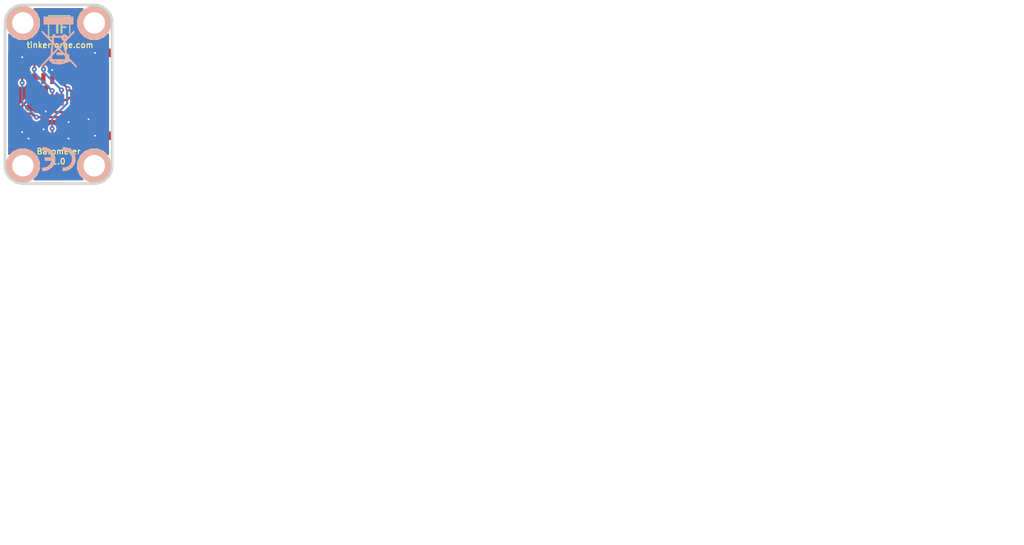
<source format=kicad_pcb>
(kicad_pcb (version 4) (host pcbnew 4.0.2+dfsg1-stable)
  (title_block (title "Barometric Pressure Bricklet") (date "11 jun 2013") (rev 1.0) (company "Tinkerforge GmbH") (comment 1 "Licensed under CERN OHL v.1.1") (comment 2 "Copyright (©) 2011, B.Nordmeyer <bastian@tinkerforge.com>"))
  (layers (0 Vorderseite signal) (31 Rückseite signal hide) (34 B.Paste user) (35 F.Paste user) (36 B.SilkS user) (37 F.SilkS user) (38 B.Mask user) (39 F.Mask user) (44 Edge.Cuts user))
  (net 0 "")
  (net 1 GND)
  (net 2 SCL)
  (net 3 SDA)
  (net 4 VCC)
  (net 5 "Net-(P1-Pad1)")
  (net 6 "Net-(P1-Pad6)")
  (net 7 "Net-(P1-Pad7)")
  (net 8 "Net-(P1-Pad8)")
  (net 9 "Net-(P1-Pad9)")
  (net 10 "Net-(P1-Pad10)")
  (net 11 "Net-(U1-Pad7)")
  (net 12 "Net-(U2-Pad6)")
  (module kicad-libraries:C0603 (layer Vorderseite) (at 142.72514 106.62666 270)
    (fp_text reference C2)
    (fp_text value 100nF)
    (pad 1 smd rect (at -0.8001 0 270) (size 0.8001 0.8001) (layers Vorderseite F.Paste F.Mask) (net 4 VCC))
    (pad 2 smd rect (at 0.8001 0 270) (size 0.8001 0.8001) (layers Vorderseite F.Paste F.Mask) (net 1 GND))
  )
  (module kicad-libraries:C0603 (layer Vorderseite) (at 142.72514 99.62642 90)
    (fp_text reference C1)
    (fp_text value 100nF)
    (pad 1 smd rect (at -0.8001 0 90) (size 0.8001 0.8001) (layers Vorderseite F.Paste F.Mask) (net 4 VCC))
    (pad 2 smd rect (at 0.8001 0 90) (size 0.8001 0.8001) (layers Vorderseite F.Paste F.Mask) (net 1 GND))
  )
  (module kicad-libraries:CE_5mm (layer Rückseite) (at 147.825 112.2 180)
    (fp_text reference VAL hide)
    (fp_text value CE_5mm hide)
  )
  (module kicad-libraries:WEEE_7mm (layer Rückseite) (at 147.825 95.825)
    (fp_text reference VAL hide)
    (fp_text value WEEE_7mm hide)
  )
  (module kicad-libraries:Fiducial_Mark (layer Vorderseite) (at 141.82598 96.62668)
    (fp_text reference Fiducial_Mark hide)
    (fp_text value VAL** hide)
    (pad 1 smd circle (at 0 0) (size 1.00076 1.00076) (layers Vorderseite F.Paste F.Mask) (clearance 0.65024))
  )
  (module kicad-libraries:Fiducial_Mark (layer Vorderseite) (at 149.32406 114.12474)
    (fp_text reference Fiducial_Mark hide)
    (fp_text value VAL** hide)
    (pad 1 smd circle (at 0 0) (size 1.00076 1.00076) (layers Vorderseite F.Paste F.Mask) (clearance 0.65024))
  )
  (module kicad-libraries:DRILL_NP (layer Vorderseite) (at 152.82418 93.12402)
    (fp_text reference U3 hide)
    (fp_text value DRILL hide)
    (pad "" np_thru_hole circle (at 0 0) (size 2.99974 2.99974) (drill 2.99974) (layers *.Cu *.Mask F.SilkS) (clearance 0.89916))
  )
  (module kicad-libraries:DRILL_NP (layer Vorderseite) (at 152.82418 113.12398 90)
    (fp_text reference U4 hide)
    (fp_text value DRILL hide)
    (pad "" np_thru_hole circle (at 0 0 90) (size 2.99974 2.99974) (drill 2.99974) (layers *.Cu *.Mask F.SilkS) (clearance 0.89916))
  )
  (module kicad-libraries:DRILL_NP (layer Vorderseite) (at 142.8242 113.12398)
    (fp_text reference U5 hide)
    (fp_text value DRILL hide)
    (pad "" np_thru_hole circle (at 0 0) (size 2.99974 2.99974) (drill 2.99974) (layers *.Cu *.Mask F.SilkS) (clearance 0.89916))
  )
  (module kicad-libraries:DRILL_NP (layer Vorderseite) (at 142.8242 93.12402 90)
    (fp_text reference U6 hide)
    (fp_text value DRILL hide)
    (pad "" np_thru_hole circle (at 0 0 90) (size 2.99974 2.99974) (drill 2.99974) (layers *.Cu *.Mask F.SilkS) (clearance 0.89916))
  )
  (module kicad-libraries:Logo_31x31 (layer Vorderseite) (at 146.32432 92.02674)
    (fp_text reference G*** hide)
    (fp_text value Logo_31x31 hide)
  )
  (module kicad-libraries:SOIC8 (layer Vorderseite) (at 146.32432 106.62666)
    (fp_text reference U1)
    (fp_text value M24C64)
    (pad 1 smd rect (at -1.90246 2.69748 180) (size 0.59944 1.5494) (layers Vorderseite F.Paste F.Mask) (net 1 GND))
    (pad 2 smd rect (at -0.63246 2.69748 180) (size 0.59944 1.5494) (layers Vorderseite F.Paste F.Mask) (net 1 GND))
    (pad 3 smd rect (at 0.63246 2.69748 180) (size 0.59944 1.5494) (layers Vorderseite F.Paste F.Mask) (net 6 "Net-(P1-Pad6)"))
    (pad 4 smd rect (at 1.90246 2.69748 180) (size 0.59944 1.5494) (layers Vorderseite F.Paste F.Mask) (net 1 GND))
    (pad 5 smd rect (at 1.90246 -2.69748) (size 0.59944 1.5494) (layers Vorderseite F.Paste F.Mask) (net 3 SDA))
    (pad 6 smd rect (at 0.63246 -2.69748) (size 0.59944 1.5494) (layers Vorderseite F.Paste F.Mask) (net 2 SCL))
    (pad 7 smd rect (at -0.63246 -2.69748) (size 0.59944 1.5494) (layers Vorderseite F.Paste F.Mask) (net 11 "Net-(U1-Pad7)"))
    (pad 8 smd rect (at -1.90246 -2.69748) (size 0.59944 1.5494) (layers Vorderseite F.Paste F.Mask) (net 4 VCC))
  )
  (module kicad-libraries:CON-SENSOR (layer Vorderseite) (at 155.32608 103.124 90)
    (fp_text reference P1)
    (fp_text value CON-SENSOR)
    (pad 1 smd rect (at -4.50088 -4.7752 90) (size 0.59944 1.5494) (layers Vorderseite F.Paste F.Mask) (net 5 "Net-(P1-Pad1)"))
    (pad 2 smd rect (at -3.50012 -4.7752 90) (size 0.59944 1.5494) (layers Vorderseite F.Paste F.Mask) (net 1 GND))
    (pad 3 smd rect (at -2.49936 -4.7752 90) (size 0.59944 1.5494) (layers Vorderseite F.Paste F.Mask) (net 4 VCC))
    (pad 4 smd rect (at -1.50114 -4.7752 90) (size 0.59944 1.5494) (layers Vorderseite F.Paste F.Mask) (net 2 SCL))
    (pad 5 smd rect (at -0.50038 -4.7752 90) (size 0.59944 1.5494) (layers Vorderseite F.Paste F.Mask) (net 3 SDA))
    (pad 6 smd rect (at 0.50038 -4.7752 90) (size 0.59944 1.5494) (layers Vorderseite F.Paste F.Mask) (net 6 "Net-(P1-Pad6)"))
    (pad 7 smd rect (at 1.50114 -4.7752 90) (size 0.59944 1.5494) (layers Vorderseite F.Paste F.Mask) (net 7 "Net-(P1-Pad7)"))
    (pad 8 smd rect (at 2.49936 -4.7752 90) (size 0.59944 1.5494) (layers Vorderseite F.Paste F.Mask) (net 8 "Net-(P1-Pad8)"))
    (pad 9 smd rect (at 3.50012 -4.7752 90) (size 0.59944 1.5494) (layers Vorderseite F.Paste F.Mask) (net 9 "Net-(P1-Pad9)"))
    (pad 10 smd rect (at 4.50088 -4.7752 90) (size 0.59944 1.5494) (layers Vorderseite F.Paste F.Mask) (net 10 "Net-(P1-Pad10)"))
    (pad EP smd rect (at -5.79882 -0.89916 90) (size 1.19888 1.80086) (layers Vorderseite F.Paste F.Mask) (net 1 GND))
    (pad EP smd rect (at 5.79882 -0.89916 90) (size 1.19888 1.80086) (layers Vorderseite F.Paste F.Mask) (net 1 GND))
  )
  (module kicad-libraries:MS5611 (layer Vorderseite) (at 146.32432 99.62642)
    (fp_text reference U2)
    (fp_text value MS5611)
    (pad 1 smd rect (at -1.87452 1.30048 180) (size 0.59944 1.50114) (layers Vorderseite F.Paste F.Mask) (net 4 VCC))
    (pad 2 smd rect (at -0.62484 1.30048 180) (size 0.59944 1.50114) (layers Vorderseite F.Paste F.Mask) (net 4 VCC))
    (pad 3 smd rect (at 0.62484 1.30048 180) (size 0.59944 1.50114) (layers Vorderseite F.Paste F.Mask) (net 1 GND))
    (pad 4 smd rect (at 1.87452 1.30048 180) (size 0.59944 1.50114) (layers Vorderseite F.Paste F.Mask) (net 6 "Net-(P1-Pad6)"))
    (pad 5 smd rect (at 1.87452 -1.30048) (size 0.59944 1.50114) (layers Vorderseite F.Paste F.Mask) (net 6 "Net-(P1-Pad6)"))
    (pad 6 smd rect (at 0.62484 -1.30048) (size 0.59944 1.50114) (layers Vorderseite F.Paste F.Mask) (net 12 "Net-(U2-Pad6)"))
    (pad 7 smd rect (at -0.62484 -1.30048) (size 0.59944 1.50114) (layers Vorderseite F.Paste F.Mask) (net 3 SDA))
    (pad 8 smd rect (at -1.87452 -1.30048) (size 0.59944 1.50114) (layers Vorderseite F.Paste F.Mask) (net 2 SCL))
  )
  (gr_text 1.0 (at 147.82546 112.52708) (layer F.SilkS) (effects (font (size 0.8001 0.8001) (thickness 0.14986))))
  (gr_text tinkerforge.com (at 148.02358 96.22536) (layer F.SilkS) (effects (font (size 0.8001 0.8001) (thickness 0.14986))))
  (gr_line (start 140.32738 93.12402) (end 140.32738 113.12398) (angle 90) (layer Edge.Cuts) (width 0.381))
  (gr_line (start 152.82672 90.62212) (end 142.82674 90.62212) (angle 90) (layer Edge.Cuts) (width 0.381))
  (gr_line (start 155.32608 113.12398) (end 155.32608 93.12402) (angle 90) (layer Edge.Cuts) (width 0.381))
  (gr_line (start 142.82674 115.62334) (end 152.82672 115.62334) (angle 90) (layer Edge.Cuts) (width 0.381))
  (gr_arc (start 152.82672 93.12402) (end 152.82672 90.62212) (angle 90) (layer Edge.Cuts) (width 0.381))
  (gr_arc (start 142.82674 93.12402) (end 140.32738 93.12402) (angle 90) (layer Edge.Cuts) (width 0.381))
  (gr_arc (start 142.82674 113.12398) (end 142.82674 115.62334) (angle 90) (layer Edge.Cuts) (width 0.381))
  (gr_arc (start 152.82672 113.12398) (end 155.32608 113.12398) (angle 90) (layer Edge.Cuts) (width 0.381))
  (gr_text Barometer (at 147.82546 111.125) (layer F.SilkS) (effects (font (size 0.8001 0.8001) (thickness 0.14986))))
  (via (at 145.72488 108.0262) (size 0.70104) (layers Vorderseite Rückseite) (net 1))
  (segment (start 145.72488 108.0262) (end 145.69186 108.05922) (width 0.29972) (layer Vorderseite) (net 1))
  (segment (start 145.69186 108.05922) (end 145.69186 109.32414) (width 0.29972) (layer Vorderseite) (net 1))
  (segment (start 143.6243 109.32668) (end 144.4244 109.32668) (width 0.29972) (layer Rückseite) (net 1))
  (segment (start 149.22246 109.32414) (end 149.225 109.32668) (width 0.29972) (layer Vorderseite) (net 1))
  (via (at 149.225 109.32668) (size 0.70104) (layers Vorderseite Rückseite) (net 1))
  (segment (start 149.225 109.32668) (end 144.4244 109.32668) (width 0.29972) (layer Rückseite) (net 1))
  (segment (start 148.22678 109.32414) (end 149.22246 109.32414) (width 0.29972) (layer Vorderseite) (net 1))
  (segment (start 149.62632 106.62412) (end 149.225 107.02544) (width 0.29972) (layer Vorderseite) (net 1))
  (via (at 149.225 107.02544) (size 0.70104) (layers Vorderseite Rückseite) (net 1))
  (segment (start 149.225 107.02544) (end 149.225 109.32668) (width 0.29972) (layer Rückseite) (net 1))
  (segment (start 150.55088 106.62412) (end 149.62632 106.62412) (width 0.29972) (layer Vorderseite) (net 1))
  (segment (start 152.02154 106.62412) (end 152.02408 106.62666) (width 0.29972) (layer Vorderseite) (net 1))
  (via (at 152.02408 106.62666) (size 0.70104) (layers Vorderseite Rückseite) (net 1))
  (segment (start 152.02408 106.62666) (end 152.92578 107.52836) (width 0.29972) (layer Rückseite) (net 1))
  (segment (start 152.92578 107.52836) (end 152.92578 108.92536) (width 0.29972) (layer Rückseite) (net 1))
  (via (at 152.92578 108.92536) (size 0.70104) (layers Vorderseite Rückseite) (net 1))
  (segment (start 152.92578 108.92536) (end 152.92832 108.92282) (width 0.29972) (layer Vorderseite) (net 1))
  (segment (start 152.92832 108.92282) (end 154.42692 108.92282) (width 0.29972) (layer Vorderseite) (net 1))
  (segment (start 152.02408 98.22688) (end 152.92578 97.32518) (width 0.29972) (layer Rückseite) (net 1))
  (segment (start 152.02408 106.62666) (end 152.02408 98.22688) (width 0.29972) (layer Rückseite) (net 1))
  (segment (start 150.55088 106.62412) (end 152.02154 106.62412) (width 0.29972) (layer Vorderseite) (net 1))
  (segment (start 142.72514 98.82632) (end 142.72514 97.92462) (width 0.29972) (layer Vorderseite) (net 1))
  (segment (start 143.32458 97.32518) (end 149.32406 97.32518) (width 0.29972) (layer Rückseite) (net 1))
  (segment (start 142.72514 97.92462) (end 143.32458 97.32518) (width 0.29972) (layer Rückseite) (net 1))
  (via (at 142.72514 97.92462) (size 0.70104) (layers Vorderseite Rückseite) (net 1))
  (segment (start 146.94916 100.9269) (end 146.94916 99.75088) (width 0.29972) (layer Vorderseite) (net 1))
  (segment (start 152.92578 97.32518) (end 154.42692 97.32518) (width 0.29972) (layer Vorderseite) (net 1))
  (via (at 152.92578 97.32518) (size 0.70104) (layers Vorderseite Rückseite) (net 1))
  (segment (start 149.32406 97.32518) (end 152.92578 97.32518) (width 0.29972) (layer Rückseite) (net 1))
  (segment (start 146.92376 99.72548) (end 149.32406 97.32518) (width 0.29972) (layer Rückseite) (net 1))
  (via (at 146.92376 99.72548) (size 0.70104) (layers Vorderseite Rückseite) (net 1))
  (segment (start 146.94916 99.75088) (end 146.92376 99.72548) (width 0.29972) (layer Vorderseite) (net 1))
  (segment (start 143.62684 109.32414) (end 143.6243 109.32668) (width 0.29972) (layer Vorderseite) (net 1))
  (via (at 143.6243 109.32668) (size 0.70104) (layers Vorderseite Rückseite) (net 1))
  (segment (start 143.6243 109.32668) (end 142.72514 108.42752) (width 0.29972) (layer Rückseite) (net 1))
  (segment (start 142.72514 108.42752) (end 142.72514 108.42498) (width 0.29972) (layer Rückseite) (net 1))
  (segment (start 142.72514 108.42498) (end 142.72514 107.42676) (width 0.29972) (layer Vorderseite) (net 1))
  (via (at 142.72514 108.42498) (size 0.70104) (layers Vorderseite Rückseite) (net 1))
  (segment (start 144.42186 109.32414) (end 143.62684 109.32414) (width 0.29972) (layer Vorderseite) (net 1))
  (segment (start 144.4244 109.32668) (end 145.72488 108.0262) (width 0.29972) (layer Rückseite) (net 1))
  (segment (start 145.72488 105.82656) (end 146.0246 105.52684) (width 0.29972) (layer Rückseite) (net 1))
  (via (at 146.0246 105.52684) (size 0.70104) (layers Vorderseite Rückseite) (net 1))
  (segment (start 145.72488 108.0262) (end 145.72488 105.82656) (width 0.29972) (layer Rückseite) (net 1))
  (segment (start 146.95678 103.92918) (end 146.95678 102.65918) (width 0.29972) (layer Vorderseite) (net 2))
  (segment (start 144.4498 99.3013) (end 144.4498 98.32594) (width 0.29972) (layer Vorderseite) (net 2))
  (segment (start 144.4244 99.62642) (end 144.4498 99.3013) (width 0.29972) (layer Vorderseite) (net 2))
  (via (at 144.4244 99.62642) (size 0.70104) (layers Vorderseite Rückseite) (net 2))
  (segment (start 144.4244 100.1268) (end 144.4244 99.62642) (width 0.29972) (layer Rückseite) (net 2))
  (segment (start 146.92376 102.62616) (end 144.4244 100.1268) (width 0.29972) (layer Rückseite) (net 2))
  (via (at 146.92376 102.62616) (size 0.70104) (layers Vorderseite Rückseite) (net 2))
  (segment (start 146.95678 102.65918) (end 146.92376 102.62616) (width 0.29972) (layer Vorderseite) (net 2))
  (segment (start 150.55088 104.62514) (end 149.72792 104.62514) (width 0.29972) (layer Vorderseite) (net 2))
  (segment (start 146.95678 105.15854) (end 146.95678 103.92918) (width 0.29972) (layer Vorderseite) (net 2))
  (segment (start 147.42414 105.6259) (end 146.95678 105.15854) (width 0.29972) (layer Vorderseite) (net 2))
  (segment (start 148.72716 105.6259) (end 147.42414 105.6259) (width 0.29972) (layer Vorderseite) (net 2))
  (segment (start 149.72792 104.62514) (end 148.72716 105.6259) (width 0.29972) (layer Vorderseite) (net 2))
  (segment (start 148.22678 103.92918) (end 148.22678 102.52964) (width 0.29972) (layer Vorderseite) (net 3))
  (segment (start 145.69948 99.60102) (end 145.69948 98.32594) (width 0.29972) (layer Vorderseite) (net 3))
  (segment (start 145.72488 99.62642) (end 145.69948 99.60102) (width 0.29972) (layer Vorderseite) (net 3))
  (via (at 145.72488 99.62642) (size 0.70104) (layers Vorderseite Rückseite) (net 3))
  (segment (start 145.72488 100.02774) (end 145.72488 99.62642) (width 0.29972) (layer Rückseite) (net 3))
  (segment (start 148.22424 102.5271) (end 145.72488 100.02774) (width 0.29972) (layer Rückseite) (net 3))
  (via (at 148.22424 102.5271) (size 0.70104) (layers Vorderseite Rückseite) (net 3))
  (segment (start 148.22678 102.52964) (end 148.22424 102.5271) (width 0.29972) (layer Vorderseite) (net 3))
  (segment (start 150.55088 103.62438) (end 149.3266 103.62438) (width 0.29972) (layer Vorderseite) (net 3))
  (segment (start 149.0218 103.92918) (end 148.22678 103.92918) (width 0.29972) (layer Vorderseite) (net 3))
  (segment (start 149.3266 103.62438) (end 149.0218 103.92918) (width 0.29972) (layer Vorderseite) (net 3))
  (via (at 144.72412 106.32694) (size 0.70104) (layers Vorderseite Rückseite) (net 4))
  (segment (start 142.72514 100.42652) (end 142.72514 101.52634) (width 0.29972) (layer Vorderseite) (net 4))
  (via (at 142.72514 101.52634) (size 0.70104) (layers Vorderseite Rückseite) (net 4))
  (segment (start 142.72514 104.32796) (end 142.72514 101.52634) (width 0.29972) (layer Rückseite) (net 4))
  (segment (start 142.72514 104.32796) (end 144.72412 106.32694) (width 0.29972) (layer Rückseite) (net 4))
  (segment (start 144.42186 103.92918) (end 143.52016 103.92918) (width 0.29972) (layer Vorderseite) (net 4))
  (segment (start 142.72514 104.7242) (end 142.72514 105.82656) (width 0.29972) (layer Vorderseite) (net 4))
  (segment (start 143.52016 103.92918) (end 142.72514 104.7242) (width 0.29972) (layer Vorderseite) (net 4))
  (segment (start 150.55088 105.62336) (end 149.62632 105.62336) (width 0.29972) (layer Vorderseite) (net 4))
  (segment (start 149.62632 105.62336) (end 148.92274 106.32694) (width 0.29972) (layer Vorderseite) (net 4))
  (segment (start 148.92274 106.32694) (end 144.72412 106.32694) (width 0.29972) (layer Vorderseite) (net 4))
  (segment (start 144.526 106.32694) (end 144.02562 105.82656) (width 0.29972) (layer Vorderseite) (net 4))
  (segment (start 144.02562 105.82656) (end 142.72514 105.82656) (width 0.29972) (layer Vorderseite) (net 4))
  (segment (start 144.72412 106.32694) (end 144.526 106.32694) (width 0.29972) (layer Vorderseite) (net 4))
  (segment (start 145.69948 100.9269) (end 144.4498 100.9269) (width 0.29972) (layer Vorderseite) (net 4))
  (segment (start 144.4498 100.9269) (end 143.22552 100.9269) (width 0.29972) (layer Vorderseite) (net 4))
  (segment (start 143.22552 100.9269) (end 142.72514 100.42652) (width 0.29972) (layer Vorderseite) (net 4))
  (segment (start 148.19884 100.9269) (end 148.19884 98.32594) (width 0.29972) (layer Vorderseite) (net 6))
  (segment (start 148.19884 100.9269) (end 148.19884 101.39934) (width 0.29972) (layer Vorderseite) (net 6))
  (segment (start 148.19884 101.39934) (end 149.12594 102.32644) (width 0.29972) (layer Vorderseite) (net 6))
  (segment (start 150.55088 102.62362) (end 149.42312 102.62362) (width 0.29972) (layer Vorderseite) (net 6))
  (segment (start 146.95678 107.96016) (end 146.95678 109.32414) (width 0.29972) (layer Vorderseite) (net 6))
  (segment (start 146.92376 107.92714) (end 146.95678 107.96016) (width 0.29972) (layer Vorderseite) (net 6))
  (via (at 146.92376 107.92714) (size 0.70104) (layers Vorderseite Rückseite) (net 6))
  (segment (start 146.92376 106.5276) (end 146.92376 107.92714) (width 0.29972) (layer Rückseite) (net 6))
  (segment (start 149.02434 104.42702) (end 146.92376 106.5276) (width 0.29972) (layer Rückseite) (net 6))
  (segment (start 149.02434 102.42804) (end 149.02434 104.42702) (width 0.29972) (layer Rückseite) (net 6))
  (segment (start 149.12594 102.32644) (end 149.02434 102.42804) (width 0.29972) (layer Rückseite) (net 6))
  (via (at 149.12594 102.32644) (size 0.70104) (layers Vorderseite Rückseite) (net 6))
  (segment (start 149.42312 102.62362) (end 149.12594 102.32644) (width 0.29972) (layer Vorderseite) (net 6))
  (zone (net 1) (net_name GND) (layer Vorderseite) (connect_pads (clearance 0.24892)) (min_thickness 0.24892) (fill (arc_segments 16) (thermal_gap 0.29972) (thermal_bridge_width 0.29972))
    (polygon (pts (xy 155.32608 115.62334) (xy 155.32608 90.62212) (xy 140.32738 90.62212) (xy 140.32738 115.62334)))
  )
  (zone (net 1) (net_name GND) (layer Rückseite) (connect_pads (clearance 0.24892)) (min_thickness 0.24892) (fill (arc_segments 16) (thermal_gap 0.29972) (thermal_bridge_width 0.29972))
    (polygon (pts (xy 155.32608 115.62334) (xy 155.32608 90.62212) (xy 140.32738 90.62212) (xy 140.32738 115.62334)))
  )
)
</source>
